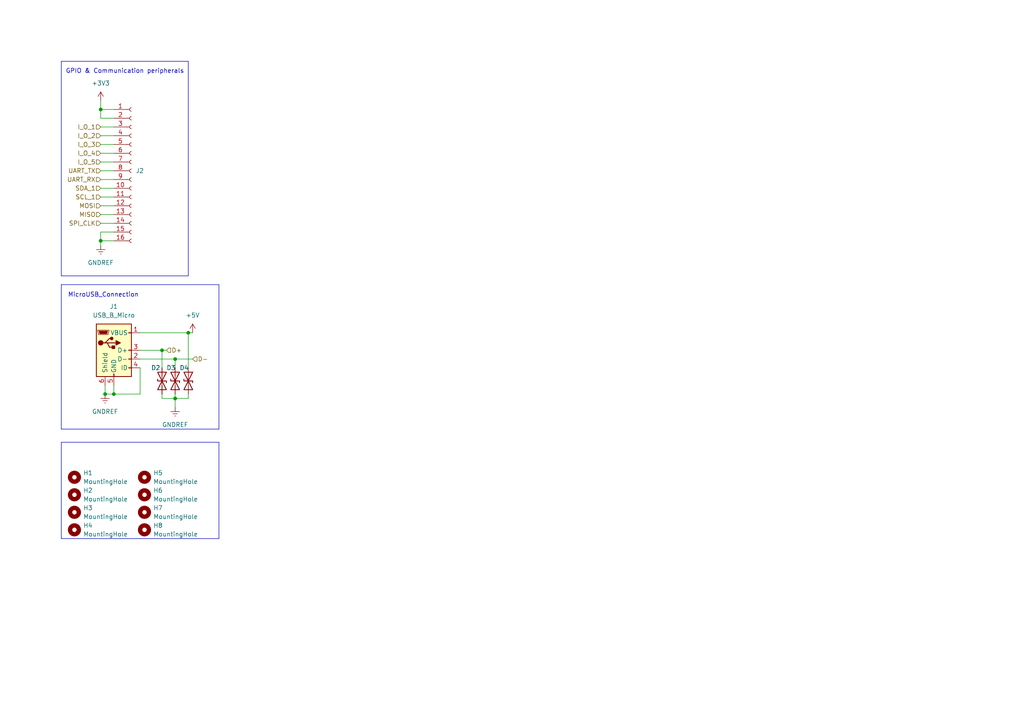
<source format=kicad_sch>
(kicad_sch (version 20230121) (generator eeschema)
  (paper "A4")
  (lib_symbols
    (symbol "Connector:Conn_01x16_Female" (pin_names (offset 1.016) hide)
      (property "Reference" "J" (at 0 20.32 0))
      (property "Value" "Conn_01x16_Female" (at 0 -22.86 0))
      (symbol "Conn_01x16_Female_1_1"
        (arc (start 0 -19.812) (mid -0.5058 -20.32) (end 0 -20.828) (stroke (width 0.1524)))
        (arc (start 0 -17.272) (mid -0.5058 -17.78) (end 0 -18.288) (stroke (width 0.1524)))
        (arc (start 0 -14.732) (mid -0.5058 -15.24) (end 0 -15.748) (stroke (width 0.1524)))
        (arc (start 0 -12.192) (mid -0.5058 -12.7) (end 0 -13.208) (stroke (width 0.1524)))
        (arc (start 0 -9.652) (mid -0.5058 -10.16) (end 0 -10.668) (stroke (width 0.1524)))
        (arc (start 0 -7.112) (mid -0.5058 -7.62) (end 0 -8.128) (stroke (width 0.1524)))
        (arc (start 0 -4.572) (mid -0.5058 -5.08) (end 0 -5.588) (stroke (width 0.1524)))
        (arc (start 0 -2.032) (mid -0.5058 -2.54) (end 0 -3.048) (stroke (width 0.1524)))
        (polyline (pts (xy -1.27 -20.32) (xy -0.508 -20.32)) (stroke (width 0.1524)))
        (polyline (pts (xy -1.27 -17.78) (xy -0.508 -17.78)) (stroke (width 0.1524)))
        (polyline (pts (xy -1.27 -15.24) (xy -0.508 -15.24)) (stroke (width 0.1524)))
        (polyline (pts (xy -1.27 -12.7) (xy -0.508 -12.7)) (stroke (width 0.1524)))
        (polyline (pts (xy -1.27 -10.16) (xy -0.508 -10.16)) (stroke (width 0.1524)))
        (polyline (pts (xy -1.27 -7.62) (xy -0.508 -7.62)) (stroke (width 0.1524)))
        (polyline (pts (xy -1.27 -5.08) (xy -0.508 -5.08)) (stroke (width 0.1524)))
        (polyline (pts (xy -1.27 -2.54) (xy -0.508 -2.54)) (stroke (width 0.1524)))
        (polyline (pts (xy -1.27 0) (xy -0.508 0)) (stroke (width 0.1524)))
        (polyline (pts (xy -1.27 2.54) (xy -0.508 2.54)) (stroke (width 0.1524)))
        (polyline (pts (xy -1.27 5.08) (xy -0.508 5.08)) (stroke (width 0.1524)))
        (polyline (pts (xy -1.27 7.62) (xy -0.508 7.62)) (stroke (width 0.1524)))
        (polyline (pts (xy -1.27 10.16) (xy -0.508 10.16)) (stroke (width 0.1524)))
        (polyline (pts (xy -1.27 12.7) (xy -0.508 12.7)) (stroke (width 0.1524)))
        (polyline (pts (xy -1.27 15.24) (xy -0.508 15.24)) (stroke (width 0.1524)))
        (polyline (pts (xy -1.27 17.78) (xy -0.508 17.78)) (stroke (width 0.1524)))
        (arc (start 0 0.508) (mid -0.5058 0) (end 0 -0.508) (stroke (width 0.1524)))
        (arc (start 0 3.048) (mid -0.5058 2.54) (end 0 2.032) (stroke (width 0.1524)))
        (arc (start 0 5.588) (mid -0.5058 5.08) (end 0 4.572) (stroke (width 0.1524)))
        (arc (start 0 8.128) (mid -0.5058 7.62) (end 0 7.112) (stroke (width 0.1524)))
        (arc (start 0 10.668) (mid -0.5058 10.16) (end 0 9.652) (stroke (width 0.1524)))
        (arc (start 0 13.208) (mid -0.5058 12.7) (end 0 12.192) (stroke (width 0.1524)))
        (arc (start 0 15.748) (mid -0.5058 15.24) (end 0 14.732) (stroke (width 0.1524)))
        (arc (start 0 18.288) (mid -0.5058 17.78) (end 0 17.272) (stroke (width 0.1524)))
        (pin passive line (at -5.08 17.78 0) (length 3.81) (name "Pin_1") (number "1"))
        (pin passive line (at -5.08 -5.08 0) (length 3.81) (name "Pin_10") (number "10"))
        (pin passive line (at -5.08 -7.62 0) (length 3.81) (name "Pin_11") (number "11"))
        (pin passive line (at -5.08 -10.16 0) (length 3.81) (name "Pin_12") (number "12"))
        (pin passive line (at -5.08 -12.7 0) (length 3.81) (name "Pin_13") (number "13"))
        (pin passive line (at -5.08 -15.24 0) (length 3.81) (name "Pin_14") (number "14"))
        (pin passive line (at -5.08 -17.78 0) (length 3.81) (name "Pin_15") (number "15"))
        (pin passive line (at -5.08 -20.32 0) (length 3.81) (name "Pin_16") (number "16"))
        (pin passive line (at -5.08 15.24 0) (length 3.81) (name "Pin_2") (number "2"))
        (pin passive line (at -5.08 12.7 0) (length 3.81) (name "Pin_3") (number "3"))
        (pin passive line (at -5.08 10.16 0) (length 3.81) (name "Pin_4") (number "4"))
        (pin passive line (at -5.08 7.62 0) (length 3.81) (name "Pin_5") (number "5"))
        (pin passive line (at -5.08 5.08 0) (length 3.81) (name "Pin_6") (number "6"))
        (pin passive line (at -5.08 2.54 0) (length 3.81) (name "Pin_7") (number "7"))
        (pin passive line (at -5.08 0 0) (length 3.81) (name "Pin_8") (number "8"))
        (pin passive line (at -5.08 -2.54 0) (length 3.81) (name "Pin_9") (number "9"))
      )
    )
    (symbol "Connector:USB_B_Micro" (pin_names (offset 1.016))
      (property "Reference" "J" (at -5.08 11.43 0))
      (property "Value" "USB_B_Micro" (at -5.08 8.89 0))
      (symbol "USB_B_Micro_0_1"
        (rectangle (start -5.08 -7.62) (end 5.08 7.62) (stroke (width 0.254)) (fill (type background)))
        (circle (center -3.81 2.159) (radius 0.635) (stroke (width 0.254)) (fill (type outline)))
        (circle (center -0.635 3.429) (radius 0.381) (stroke (width 0.254)) (fill (type outline)))
        (rectangle (start -0.127 -7.62) (end 0.127 -6.858))
        (polyline (pts (xy -1.905 2.159) (xy 0.635 2.159)) (stroke (width 0.254)))
        (polyline (pts (xy -3.175 2.159) (xy -2.54 2.159) (xy -1.27 3.429) (xy -0.635 3.429)) (stroke (width 0.254)))
        (polyline (pts (xy -2.54 2.159) (xy -1.905 2.159) (xy -1.27 0.889) (xy 0 0.889)) (stroke (width 0.254)))
        (polyline (pts (xy 0.635 2.794) (xy 0.635 1.524) (xy 1.905 2.159) (xy 0.635 2.794)) (stroke (width 0.254)) (fill (type outline)))
        (polyline (pts (xy -4.318 5.588) (xy -1.778 5.588) (xy -2.032 4.826) (xy -4.064 4.826) (xy -4.318 5.588)) (fill (type outline)))
        (polyline (pts (xy -4.699 5.842) (xy -4.699 5.588) (xy -4.445 4.826) (xy -4.445 4.572) (xy -1.651 4.572) (xy -1.651 4.826) (xy -1.397 5.588) (xy -1.397 5.842) (xy -4.699 5.842)))
        (rectangle (start 0.254 1.27) (end -0.508 0.508) (stroke (width 0.254)) (fill (type outline)))
        (rectangle (start 5.08 -5.207) (end 4.318 -4.953))
        (rectangle (start 5.08 -2.667) (end 4.318 -2.413))
        (rectangle (start 5.08 -0.127) (end 4.318 0.127))
        (rectangle (start 5.08 4.953) (end 4.318 5.207))
      )
      (symbol "USB_B_Micro_1_1"
        (pin power_out line (at 7.62 5.08 180) (length 2.54) (name "VBUS") (number "1"))
        (pin bidirectional line (at 7.62 -2.54 180) (length 2.54) (name "D-") (number "2"))
        (pin bidirectional line (at 7.62 0 180) (length 2.54) (name "D+") (number "3"))
        (pin passive line (at 7.62 -5.08 180) (length 2.54) (name "ID") (number "4"))
        (pin power_out line (at 0 -10.16 90) (length 2.54) (name "GND") (number "5"))
        (pin passive line (at -2.54 -10.16 90) (length 2.54) (name "Shield") (number "6"))
      )
    )
    (symbol "Device:D_TVS" (pin_numbers hide) (pin_names (offset 1.016) hide)
      (property "Reference" "D" (at 0 2.54 0))
      (property "Value" "D_TVS" (at 0 -2.54 0))
      (symbol "D_TVS_0_1"
        (polyline (pts (xy 1.27 0) (xy -1.27 0)))
        (polyline (pts (xy 0.508 1.27) (xy 0 1.27) (xy 0 -1.27) (xy -0.508 -1.27)) (stroke (width 0.254)))
        (polyline (pts (xy -2.54 1.27) (xy -2.54 -1.27) (xy 2.54 1.27) (xy 2.54 -1.27) (xy -2.54 1.27)) (stroke (width 0.254)))
      )
      (symbol "D_TVS_1_1"
        (pin passive line (at -3.81 0 0) (length 2.54) (name "A1") (number "1"))
        (pin passive line (at 3.81 0 180) (length 2.54) (name "A2") (number "2"))
      )
    )
    (symbol "Mechanical:MountingHole" (pin_names (offset 1.016))
      (property "Reference" "H" (at 0 5.08 0))
      (property "Value" "MountingHole" (at 0 3.175 0))
      (symbol "MountingHole_0_1"
        (circle (center 0 0) (radius 1.27) (stroke (width 1.27)))
      )
    )
    (symbol "power:+3V3" (power) (pin_names (offset 0))
      (property "Value" "+3V3" (at 0 3.556 0))
      (symbol "+3V3_0_1"
        (polyline (pts (xy -0.762 1.27) (xy 0 2.54)))
        (polyline (pts (xy 0 0) (xy 0 2.54)))
        (polyline (pts (xy 0 2.54) (xy 0.762 1.27)))
      )
      (symbol "+3V3_1_1"
        (pin power_in line (at 0 0 90) (length 0) hide (name "+3V3") (number "1"))
      )
    )
    (symbol "power:+5V" (power) (pin_names (offset 0))
      (property "Value" "+5V" (at 0 3.556 0))
      (symbol "+5V_0_1"
        (polyline (pts (xy -0.762 1.27) (xy 0 2.54)))
        (polyline (pts (xy 0 0) (xy 0 2.54)))
        (polyline (pts (xy 0 2.54) (xy 0.762 1.27)))
      )
      (symbol "+5V_1_1"
        (pin power_in line (at 0 0 90) (length 0) hide (name "+5V") (number "1"))
      )
    )
    (symbol "power:GNDREF" (power) (pin_names (offset 0))
      (property "Value" "GNDREF" (at 0 -3.81 0))
      (symbol "GNDREF_0_1"
        (polyline (pts (xy -0.635 -1.905) (xy 0.635 -1.905)))
        (polyline (pts (xy -0.127 -2.54) (xy 0.127 -2.54)))
        (polyline (pts (xy 0 -1.27) (xy 0 0)))
        (polyline (pts (xy 1.27 -1.27) (xy -1.27 -1.27)))
      )
      (symbol "GNDREF_1_1"
        (pin power_in line (at 0 0 270) (length 0) hide (name "GNDREF") (number "1"))
      )
    )
  )
  (junction (at 50.8 104.14))
  (junction (at 33.02 114.3))
  (junction (at 50.8 115.57))
  (junction (at 29.21 69.85))
  (junction (at 54.61 96.52))
  (junction (at 29.21 31.75))
  (junction (at 30.48 114.3))
  (junction (at 46.99 101.6))
  (polyline (pts (xy 17.78 17.78) (xy 54.61 17.78)))
  (wire (pts (xy 50.8 104.14) (xy 55.88 104.14)))
  (wire (pts (xy 40.64 106.68) (xy 40.64 114.3)))
  (polyline (pts (xy 54.61 80.01) (xy 17.78 80.01)))
  (wire (pts (xy 54.61 96.52) (xy 55.88 96.52)))
  (wire (pts (xy 29.21 46.99) (xy 33.02 46.99)))
  (wire (pts (xy 29.21 54.61) (xy 33.02 54.61)))
  (wire (pts (xy 50.8 115.57) (xy 50.8 118.11)))
  (wire (pts (xy 46.99 101.6) (xy 46.99 106.68)))
  (wire (pts (xy 29.21 41.91) (xy 33.02 41.91)))
  (wire (pts (xy 50.8 114.3) (xy 50.8 115.57)))
  (wire (pts (xy 33.02 67.31) (xy 29.21 67.31)))
  (wire (pts (xy 29.21 44.45) (xy 33.02 44.45)))
  (wire (pts (xy 29.21 29.21) (xy 29.21 31.75)))
  (wire (pts (xy 29.21 69.85) (xy 29.21 71.12)))
  (wire (pts (xy 29.21 64.77) (xy 33.02 64.77)))
  (wire (pts (xy 33.02 34.29) (xy 29.21 34.29)))
  (polyline (pts (xy 63.5 82.55) (xy 63.5 124.46)))
  (wire (pts (xy 29.21 39.37) (xy 33.02 39.37)))
  (wire (pts (xy 30.48 111.76) (xy 30.48 114.3)))
  (wire (pts (xy 29.21 34.29) (xy 29.21 31.75)))
  (wire (pts (xy 33.02 69.85) (xy 29.21 69.85)))
  (polyline (pts (xy 63.5 156.21) (xy 17.78 156.21)))
  (wire (pts (xy 40.64 96.52) (xy 54.61 96.52)))
  (wire (pts (xy 33.02 111.76) (xy 33.02 114.3)))
  (wire (pts (xy 29.21 67.31) (xy 29.21 69.85)))
  (polyline (pts (xy 17.78 128.27) (xy 63.5 128.27)))
  (wire (pts (xy 33.02 114.3) (xy 30.48 114.3)))
  (wire (pts (xy 29.21 31.75) (xy 33.02 31.75)))
  (wire (pts (xy 54.61 114.3) (xy 54.61 115.57)))
  (wire (pts (xy 40.64 114.3) (xy 33.02 114.3)))
  (polyline (pts (xy 17.78 80.01) (xy 17.78 20.32)))
  (polyline (pts (xy 17.78 82.55) (xy 63.5 82.55)))
  (wire (pts (xy 54.61 96.52) (xy 54.61 106.68)))
  (wire (pts (xy 29.21 49.53) (xy 33.02 49.53)))
  (wire (pts (xy 46.99 101.6) (xy 48.26 101.6)))
  (wire (pts (xy 29.21 57.15) (xy 33.02 57.15)))
  (polyline (pts (xy 17.78 82.55) (xy 17.78 82.55)))
  (wire (pts (xy 29.21 36.83) (xy 33.02 36.83)))
  (polyline (pts (xy 63.5 128.27) (xy 63.5 156.21)))
  (wire (pts (xy 50.8 104.14) (xy 50.8 106.68)))
  (polyline (pts (xy 63.5 124.46) (xy 17.78 124.46)))
  (wire (pts (xy 29.21 62.23) (xy 33.02 62.23)))
  (polyline (pts (xy 54.61 17.78) (xy 54.61 80.01)))
  (wire (pts (xy 46.99 114.3) (xy 46.99 115.57)))
  (polyline (pts (xy 17.78 128.27) (xy 17.78 156.21)))
  (wire (pts (xy 29.21 59.69) (xy 33.02 59.69)))
  (wire (pts (xy 29.21 52.07) (xy 33.02 52.07)))
  (wire (pts (xy 50.8 115.57) (xy 54.61 115.57)))
  (wire (pts (xy 46.99 115.57) (xy 50.8 115.57)))
  (wire (pts (xy 40.64 104.14) (xy 50.8 104.14)))
  (polyline (pts (xy 17.78 20.32) (xy 17.78 17.78)))
  (polyline (pts (xy 17.78 124.46) (xy 17.78 82.55)))
  (wire (pts (xy 40.64 101.6) (xy 46.99 101.6)))
  (text "MicroUSB_Connection\n" (at 19.685 86.36 0) (effects (font (size 1.27 1.27)) (justify left bottom)))
  (text "GPIO & Communication peripherals" (at 19.05 21.463 0) (effects (font (size 1.27 1.27)) (justify left bottom)))
  (hierarchical_label "SPI_CLK" (shape input) (at 29.21 64.77 180))
  (hierarchical_label "I_O_3" (shape input) (at 29.21 41.91 180))
  (hierarchical_label "D+" (shape input) (at 48.26 101.6 0))
  (hierarchical_label "I_O_5" (shape input) (at 29.21 46.99 180))
  (hierarchical_label "I_O_4" (shape input) (at 29.21 44.45 180))
  (hierarchical_label "SCL_1" (shape input) (at 29.21 57.15 180))
  (hierarchical_label "D-" (shape input) (at 55.88 104.14 0))
  (hierarchical_label "UART_RX" (shape input) (at 29.21 52.07 180))
  (hierarchical_label "I_O_2" (shape input) (at 29.21 39.37 180))
  (hierarchical_label "MOSI" (shape input) (at 29.21 59.69 180))
  (hierarchical_label "UART_TX" (shape input) (at 29.21 49.53 180))
  (hierarchical_label "MISO" (shape input) (at 29.21 62.23 180))
  (hierarchical_label "I_O_1" (shape input) (at 29.21 36.83 180))
  (hierarchical_label "SDA_1" (shape input) (at 29.21 54.61 180))
  (symbol (lib_id "Device:D_TVS") (at 46.99 110.49 270) (unit 1)
    (property "Reference" "D2" (at 43.815 106.68 90) (effects (justify left)))
    (property "Value" "0603ESDA-05N" (effects hide))
    (property "Footprint" "Resistor_SMD:R_0402_1005Metric" (effects hide))
    (property "Datasheet" "https://datasheet.lcsc.com/lcsc/2005281132_BORN-0603ESDA-05N_C316054.pdf" (effects hide))
    (property "#LCSC Part" "C316054" (effects hide))
  )
  (symbol (lib_id "Mechanical:MountingHole") (at 21.59 148.59 0) (unit 1)
    (property "Reference" "H3" (at 24.13 147.3199 0) (effects (justify left)))
    (property "Value" "MountingHole" (at 24.13 149.8599 0) (effects (justify left)))
    (property "Footprint" "MountingHole:MountingHole_3.5mm_Pad_Via" (effects hide))
  )
  (symbol (lib_id "Mechanical:MountingHole") (at 21.59 153.67 0) (unit 1)
    (property "Reference" "H4" (at 24.13 152.3999 0) (effects (justify left)))
    (property "Value" "MountingHole" (at 24.13 154.9399 0) (effects (justify left)))
    (property "Footprint" "MountingHole:MountingHole_3.5mm_Pad_Via" (effects hide))
  )
  (symbol (lib_id "Device:D_TVS") (at 50.8 110.49 270) (unit 1)
    (property "Reference" "D3" (at 48.26 106.68 90) (effects (justify left)))
    (property "Value" "0603ESDA-05N" (effects hide))
    (property "Footprint" "Resistor_SMD:R_0402_1005Metric" (effects hide))
    (property "Datasheet" "https://datasheet.lcsc.com/lcsc/2005281132_BORN-0603ESDA-05N_C316054.pdf" (effects hide))
    (property "#LCSC Part" "C316054" (effects hide))
  )
  (symbol (lib_id "Mechanical:MountingHole") (at 41.91 153.67 0) (unit 1)
    (property "Reference" "H8" (at 44.45 152.3999 0) (effects (justify left)))
    (property "Value" "MountingHole" (at 44.45 154.9399 0) (effects (justify left)))
    (property "Footprint" "MountingHole:MountingHole_2.2mm_M2_DIN965" (effects hide))
  )
  (symbol (lib_id "Mechanical:MountingHole") (at 41.91 148.59 0) (unit 1)
    (property "Reference" "H7" (at 44.45 147.3199 0) (effects (justify left)))
    (property "Value" "MountingHole" (at 44.45 149.8599 0) (effects (justify left)))
    (property "Footprint" "MountingHole:MountingHole_2.2mm_M2_DIN965" (effects hide))
  )
  (symbol (lib_id "Connector:USB_B_Micro") (at 33.02 101.6 0) (unit 1)
    (property "Reference" "J1" (at 33.02 88.9 0))
    (property "Value" "USB_B_Micro" (at 33.02 91.44 0))
    (property "Footprint" "Connector_USB:USB_Micro-B_Amphenol_10118194_Horizontal" (effects hide))
    (property "Datasheet" "https://datasheet.lcsc.com/lcsc/1811131822_Amphenol-ICC-10118194-0001LF_C132563.pdf" (effects hide))
    (property "#LCSC Part" "C132563" (effects hide))
  )
  (symbol (lib_id "power:+5V") (at 55.88 96.52 0) (unit 1)
    (property "Reference" "#PWR0104" (effects hide))
    (property "Value" "+5V" (at 55.88 91.44 0))
    (instances (project "Main_board" (path "" (reference "#PWR0104") (unit 1)) (path "" (reference "#PWR013") (unit 1))))
  )
  (symbol (lib_id "Device:D_TVS") (at 54.61 110.49 270) (unit 1)
    (property "Reference" "D4" (at 52.07 106.68 90) (effects (justify left)))
    (property "Value" "0603ESDA-05N" (effects hide))
    (property "Footprint" "Resistor_SMD:R_0402_1005Metric" (effects hide))
    (property "Datasheet" "https://datasheet.lcsc.com/lcsc/2005281132_BORN-0603ESDA-05N_C316054.pdf" (effects hide))
    (property "#LCSC Part" "C316054" (effects hide))
  )
  (symbol (lib_id "power:GNDREF") (at 29.21 71.12 0) (unit 1)
    (property "Reference" "#PWR0108" (effects hide))
    (property "Value" "GNDREF" (at 29.21 76.2 0))
    (instances (project "Main_board" (path "" (reference "#PWR0108") (unit 1)) (path "" (reference "#PWR010") (unit 1))))
  )
  (symbol (lib_id "Mechanical:MountingHole") (at 41.91 143.51 0) (unit 1)
    (property "Reference" "H6" (at 44.45 142.2399 0) (effects (justify left)))
    (property "Value" "MountingHole" (at 44.45 144.7799 0) (effects (justify left)))
    (property "Footprint" "MountingHole:MountingHole_2.2mm_M2_DIN965" (effects hide))
  )
  (symbol (lib_id "Mechanical:MountingHole") (at 21.59 138.43 0) (unit 1)
    (property "Reference" "H1" (at 24.13 137.1599 0) (effects (justify left)))
    (property "Value" "MountingHole" (at 24.13 139.6999 0) (effects (justify left)))
    (property "Footprint" "MountingHole:MountingHole_3.5mm_Pad_Via" (effects hide))
  )
  (symbol (lib_id "Mechanical:MountingHole") (at 41.91 138.43 0) (unit 1)
    (property "Reference" "H5" (at 44.45 137.1599 0) (effects (justify left)))
    (property "Value" "MountingHole" (at 44.45 139.6999 0) (effects (justify left)))
    (property "Footprint" "MountingHole:MountingHole_2.2mm_M2_DIN965" (effects hide))
  )
  (symbol (lib_id "power:+3V3") (at 29.21 29.21 0) (unit 1)
    (property "Reference" "#PWR0107" (effects hide))
    (property "Value" "+3V3" (at 29.21 24.13 0))
    (instances (project "Main_board" (path "" (reference "#PWR0107") (unit 1)) (path "" (reference "#PWR09") (unit 1))))
  )
  (symbol (lib_id "Mechanical:MountingHole") (at 21.59 143.51 0) (unit 1)
    (property "Reference" "H2" (at 24.13 142.2399 0) (effects (justify left)))
    (property "Value" "MountingHole" (at 24.13 144.7799 0) (effects (justify left)))
    (property "Footprint" "MountingHole:MountingHole_3.5mm_Pad_Via" (effects hide))
  )
  (symbol (lib_id "Connector:Conn_01x16_Female") (at 38.1 49.53 0) (unit 1)
    (property "Reference" "J2" (at 39.37 49.5299 0) (effects (justify left)))
    (property "Value" "Conn_01x16_Female" (effects hide))
    (property "Footprint" "Connector_PinSocket_2.54mm:PinSocket_1x16_P2.54mm_Horizontal" (effects hide))
    (property "#LCSC Part" "re" (effects hide))
  )
  (symbol (lib_id "power:GNDREF") (at 30.48 114.3 0) (unit 1)
    (property "Reference" "#PWR0116" (effects hide))
    (property "Value" "GNDREF" (at 30.48 119.38 0))
    (instances (project "Main_board" (path "" (reference "#PWR0116") (unit 1)) (path "" (reference "#PWR011") (unit 1))))
  )
  (symbol (lib_id "power:GNDREF") (at 50.8 118.11 0) (unit 1)
    (property "Reference" "#PWR0124" (effects hide))
    (property "Value" "GNDREF" (at 50.8 123.19 0))
    (instances (project "Main_board" (path "" (reference "#PWR0124") (unit 1)) (path "" (reference "#PWR012") (unit 1))))
  )
)
</source>
